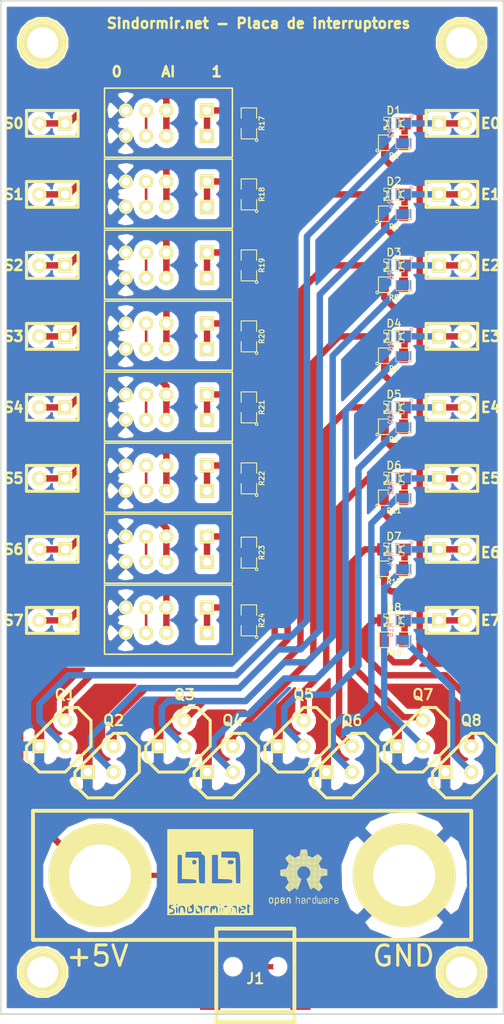
<source format=kicad_pcb>
(kicad_pcb (version 3) (host pcbnew "(2013-mar-13)-testing")
  (layers (15 F.Cu signal) (0 B.Cu signal) (18 B.Paste user) (19 F.Paste user) (20 B.SilkS user) (21 F.SilkS user) (22 B.Mask user) (23 F.Mask user) (28 Edge.Cuts user))
  (net 0 "")
  (net 1 +5V)
  (net 2 GND)
  (net 3 N-000001)
  (net 4 N-0000010)
  (net 5 N-0000011)
  (net 6 N-0000012)
  (net 7 N-0000013)
  (net 8 N-0000014)
  (net 9 N-0000015)
  (net 10 N-0000016)
  (net 11 N-0000017)
  (net 12 N-0000018)
  (net 13 N-0000019)
  (net 14 N-0000020)
  (net 15 N-0000021)
  (net 16 N-0000022)
  (net 17 N-0000023)
  (net 18 N-0000024)
  (net 19 N-0000025)
  (net 20 N-0000026)
  (net 21 N-0000027)
  (net 22 N-0000028)
  (net 23 N-0000029)
  (net 24 N-000003)
  (net 25 N-0000030)
  (net 26 N-0000031)
  (net 27 N-0000032)
  (net 28 N-0000033)
  (net 29 N-0000034)
  (net 30 N-0000035)
  (net 31 N-0000036)
  (net 32 N-0000037)
  (net 33 N-0000038)
  (net 34 N-0000039)
  (net 35 N-0000040)
  (net 36 N-0000041)
  (net 37 N-0000042)
  (net 38 N-0000043)
  (net 39 N-0000044)
  (net 40 N-0000045)
  (net 41 N-0000046)
  (net 42 N-0000047)
  (net 43 N-0000048)
  (net 44 N-0000049)
  (net 45 N-000005)
  (net 46 N-0000050)
  (net 47 N-0000051)
  (net 48 N-0000052)
  (net 49 N-0000053)
  (net 50 N-0000054)
  (net 51 N-0000055)
  (net 52 N-0000056)
  (net 53 N-0000057)
  (net 54 N-0000058)
  (net 55 N-0000059)
  (net 56 N-000006)
  (net 57 N-0000060)
  (net 58 N-000007)
  (net 59 N-000008)
  (net 60 N-000009)
  (module 3WAY-SWITCH (layer F.Cu) (at 95.25 71.12 270)
    (fp_text reference SW1 hide)
    (fp_text value 3WAY_SWITCH hide)
    (pad 1 thru_hole rect (at 0 0 270) (size 1.397 1.397) (drill 0.8128) (layers *.Cu *.Mask F.SilkS) (net 6 N-0000012))
    (pad 2 thru_hole circle (at 0 4 270) (size 1.397 1.397) (drill 0.8128) (layers *.Cu *.Mask F.SilkS) (net 5 N-0000011))
    (pad 3 thru_hole circle (at 0 6 270) (size 1.397 1.397) (drill 0.8128) (layers *.Cu *.Mask F.SilkS) (net 26 N-0000031))
    (pad 4 thru_hole circle (at 0 8 270) (size 1.397 1.397) (drill 0.8128) (layers *.Cu *.Mask F.SilkS) (net 2 GND))
    (pad 1 thru_hole rect (at 2.5 0 270) (size 1.397 1.397) (drill 0.8128) (layers *.Cu *.Mask F.SilkS) (net 6 N-0000012))
    (pad 2 thru_hole circle (at 2.5 4 270) (size 1.397 1.397) (drill 0.8128) (layers *.Cu *.Mask F.SilkS) (net 5 N-0000011))
    (pad 3 thru_hole circle (at 2.5 6 270) (size 1.397 1.397) (drill 0.8128) (layers *.Cu *.Mask F.SilkS) (net 26 N-0000031))
    (pad 4 thru_hole circle (at 2.5 8 270) (size 1.397 1.397) (drill 0.8128) (layers *.Cu *.Mask F.SilkS) (net 2 GND))
  )
  (module LED-0805 (layer F.Cu) (at 113.665 72.39 180)
    (fp_text reference D1 (at 0 1.27 180) (layer F.SilkS) (effects (font (size 0.762 0.762) (thickness 0.127))))
    (fp_text value LED hide)
    (pad 1 smd rect (at -1.04902 0 180) (size 1.19888 1.19888) (layers F.Cu F.Paste F.Mask) (net 41 N-0000046))
    (pad 2 smd rect (at 1.04902 0 180) (size 1.19888 1.19888) (layers F.Cu F.Paste F.Mask) (net 40 N-0000045))
  )
  (module LED-0805 (layer F.Cu) (at 113.665 79.375 180)
    (fp_text reference D2 (at 0 1.27 180) (layer F.SilkS) (effects (font (size 0.762 0.762) (thickness 0.127))))
    (fp_text value LED hide)
    (pad 1 smd rect (at -1.04902 0 180) (size 1.19888 1.19888) (layers F.Cu F.Paste F.Mask) (net 35 N-0000040))
    (pad 2 smd rect (at 1.04902 0 180) (size 1.19888 1.19888) (layers F.Cu F.Paste F.Mask) (net 33 N-0000038))
  )
  (module LED-0805 (layer F.Cu) (at 113.665 86.36 180)
    (fp_text reference D3 (at 0 1.27 180) (layer F.SilkS) (effects (font (size 0.762 0.762) (thickness 0.127))))
    (fp_text value LED hide)
    (pad 1 smd rect (at -1.04902 0 180) (size 1.19888 1.19888) (layers F.Cu F.Paste F.Mask) (net 30 N-0000035))
    (pad 2 smd rect (at 1.04902 0 180) (size 1.19888 1.19888) (layers F.Cu F.Paste F.Mask) (net 29 N-0000034))
  )
  (module LED-0805 (layer F.Cu) (at 113.665 93.345 180)
    (fp_text reference D4 (at 0 1.27 180) (layer F.SilkS) (effects (font (size 0.762 0.762) (thickness 0.127))))
    (fp_text value LED hide)
    (pad 1 smd rect (at -1.04902 0 180) (size 1.19888 1.19888) (layers F.Cu F.Paste F.Mask) (net 37 N-0000042))
    (pad 2 smd rect (at 1.04902 0 180) (size 1.19888 1.19888) (layers F.Cu F.Paste F.Mask) (net 36 N-0000041))
  )
  (module LED-0805 (layer F.Cu) (at 113.665 100.33 180)
    (fp_text reference D5 (at 0 1.27 180) (layer F.SilkS) (effects (font (size 0.762 0.762) (thickness 0.127))))
    (fp_text value LED hide)
    (pad 1 smd rect (at -1.04902 0 180) (size 1.19888 1.19888) (layers F.Cu F.Paste F.Mask) (net 55 N-0000059))
    (pad 2 smd rect (at 1.04902 0 180) (size 1.19888 1.19888) (layers F.Cu F.Paste F.Mask) (net 54 N-0000058))
  )
  (module LED-0805 (layer F.Cu) (at 113.665 107.315 180)
    (fp_text reference D6 (at 0 1.27 180) (layer F.SilkS) (effects (font (size 0.762 0.762) (thickness 0.127))))
    (fp_text value LED hide)
    (pad 1 smd rect (at -1.04902 0 180) (size 1.19888 1.19888) (layers F.Cu F.Paste F.Mask) (net 52 N-0000056))
    (pad 2 smd rect (at 1.04902 0 180) (size 1.19888 1.19888) (layers F.Cu F.Paste F.Mask) (net 50 N-0000054))
  )
  (module LED-0805 (layer F.Cu) (at 113.665 114.3 180)
    (fp_text reference D7 (at 0 1.27 180) (layer F.SilkS) (effects (font (size 0.762 0.762) (thickness 0.127))))
    (fp_text value LED hide)
    (pad 1 smd rect (at -1.04902 0 180) (size 1.19888 1.19888) (layers F.Cu F.Paste F.Mask) (net 47 N-0000051))
    (pad 2 smd rect (at 1.04902 0 180) (size 1.19888 1.19888) (layers F.Cu F.Paste F.Mask) (net 46 N-0000050))
  )
  (module LED-0805 (layer F.Cu) (at 113.665 121.285 180)
    (fp_text reference D8 (at 0 1.27 180) (layer F.SilkS) (effects (font (size 0.762 0.762) (thickness 0.127))))
    (fp_text value LED hide)
    (pad 1 smd rect (at -1.04902 0 180) (size 1.19888 1.19888) (layers F.Cu F.Paste F.Mask) (net 10 N-0000016))
    (pad 2 smd rect (at 1.04902 0 180) (size 1.19888 1.19888) (layers F.Cu F.Paste F.Mask) (net 8 N-0000014))
  )
  (module 2PIN_6mm (layer F.Cu) (at 99.695 146.3675 180)
    (fp_text reference "" hide)
    (fp_text value "" hide)
    (pad 1 thru_hole circle (at -14.986 0 180) (size 10.16 10.16) (drill 6.096) (layers *.Cu *.Mask F.SilkS) (net 2 GND))
    (pad 2 thru_hole circle (at 14.986 0 180) (size 10.16 10.16) (drill 6.096) (layers *.Cu *.Mask F.SilkS) (net 1 +5V))
  )
  (module SIL-2 (layer F.Cu) (at 119.38 72.39)
    (fp_text reference P2 hide)
    (fp_text value CONN_2 hide)
    (pad 1 thru_hole rect (at -1.27 0) (size 1.397 1.397) (drill 0.8128) (layers *.Cu *.Mask F.SilkS) (net 43 N-0000048))
    (pad 2 thru_hole circle (at 1.27 0) (size 1.397 1.397) (drill 0.8128) (layers *.Cu *.Mask F.SilkS) (net 43 N-0000048))
  )
  (module SIL-2 (layer F.Cu) (at 119.38 79.375)
    (fp_text reference P3 hide)
    (fp_text value CONN_2 hide)
    (pad 1 thru_hole rect (at -1.27 0) (size 1.397 1.397) (drill 0.8128) (layers *.Cu *.Mask F.SilkS) (net 28 N-0000033))
    (pad 2 thru_hole circle (at 1.27 0) (size 1.397 1.397) (drill 0.8128) (layers *.Cu *.Mask F.SilkS) (net 28 N-0000033))
  )
  (module SIL-2 (layer F.Cu) (at 119.38 86.36)
    (fp_text reference P4 hide)
    (fp_text value CONN_2 hide)
    (pad 1 thru_hole rect (at -1.27 0) (size 1.397 1.397) (drill 0.8128) (layers *.Cu *.Mask F.SilkS) (net 32 N-0000037))
    (pad 2 thru_hole circle (at 1.27 0) (size 1.397 1.397) (drill 0.8128) (layers *.Cu *.Mask F.SilkS) (net 32 N-0000037))
  )
  (module SIL-2 (layer F.Cu) (at 119.38 93.345)
    (fp_text reference P5 hide)
    (fp_text value CONN_2 hide)
    (pad 1 thru_hole rect (at -1.27 0) (size 1.397 1.397) (drill 0.8128) (layers *.Cu *.Mask F.SilkS) (net 39 N-0000044))
    (pad 2 thru_hole circle (at 1.27 0) (size 1.397 1.397) (drill 0.8128) (layers *.Cu *.Mask F.SilkS) (net 39 N-0000044))
  )
  (module SIL-2 (layer F.Cu) (at 119.38 100.33)
    (fp_text reference P6 hide)
    (fp_text value CONN_2 hide)
    (pad 1 thru_hole rect (at -1.27 0) (size 1.397 1.397) (drill 0.8128) (layers *.Cu *.Mask F.SilkS) (net 53 N-0000057))
    (pad 2 thru_hole circle (at 1.27 0) (size 1.397 1.397) (drill 0.8128) (layers *.Cu *.Mask F.SilkS) (net 53 N-0000057))
  )
  (module SIL-2 (layer F.Cu) (at 119.38 107.315)
    (fp_text reference P7 hide)
    (fp_text value CONN_2 hide)
    (pad 1 thru_hole rect (at -1.27 0) (size 1.397 1.397) (drill 0.8128) (layers *.Cu *.Mask F.SilkS) (net 49 N-0000053))
    (pad 2 thru_hole circle (at 1.27 0) (size 1.397 1.397) (drill 0.8128) (layers *.Cu *.Mask F.SilkS) (net 49 N-0000053))
  )
  (module SIL-2 (layer F.Cu) (at 119.38 114.3)
    (fp_text reference P8 hide)
    (fp_text value CONN_2 hide)
    (pad 1 thru_hole rect (at -1.27 0) (size 1.397 1.397) (drill 0.8128) (layers *.Cu *.Mask F.SilkS) (net 48 N-0000052))
    (pad 2 thru_hole circle (at 1.27 0) (size 1.397 1.397) (drill 0.8128) (layers *.Cu *.Mask F.SilkS) (net 48 N-0000052))
  )
  (module SIL-2 (layer F.Cu) (at 119.38 121.285)
    (fp_text reference P9 hide)
    (fp_text value CONN_2 hide)
    (pad 1 thru_hole rect (at -1.27 0) (size 1.397 1.397) (drill 0.8128) (layers *.Cu *.Mask F.SilkS) (net 7 N-0000013))
    (pad 2 thru_hole circle (at 1.27 0) (size 1.397 1.397) (drill 0.8128) (layers *.Cu *.Mask F.SilkS) (net 7 N-0000013))
  )
  (module SIL-2 (layer F.Cu) (at 80.01 72.39 180)
    (fp_text reference P10 hide)
    (fp_text value CONN_2 hide)
    (pad 1 thru_hole rect (at -1.27 0 180) (size 1.397 1.397) (drill 0.8128) (layers *.Cu *.Mask F.SilkS) (net 5 N-0000011))
    (pad 2 thru_hole circle (at 1.27 0 180) (size 1.397 1.397) (drill 0.8128) (layers *.Cu *.Mask F.SilkS) (net 5 N-0000011))
  )
  (module SIL-2 (layer F.Cu) (at 80.01 79.375 180)
    (fp_text reference P11 hide)
    (fp_text value CONN_2 hide)
    (pad 1 thru_hole rect (at -1.27 0 180) (size 1.397 1.397) (drill 0.8128) (layers *.Cu *.Mask F.SilkS) (net 11 N-0000017))
    (pad 2 thru_hole circle (at 1.27 0 180) (size 1.397 1.397) (drill 0.8128) (layers *.Cu *.Mask F.SilkS) (net 11 N-0000017))
  )
  (module SIL-2 (layer F.Cu) (at 80.01 86.36 180)
    (fp_text reference P12 hide)
    (fp_text value CONN_2 hide)
    (pad 1 thru_hole rect (at -1.27 0 180) (size 1.397 1.397) (drill 0.8128) (layers *.Cu *.Mask F.SilkS) (net 56 N-000006))
    (pad 2 thru_hole circle (at 1.27 0 180) (size 1.397 1.397) (drill 0.8128) (layers *.Cu *.Mask F.SilkS) (net 56 N-000006))
  )
  (module SIL-2 (layer F.Cu) (at 80.01 93.345 180)
    (fp_text reference P13 hide)
    (fp_text value CONN_2 hide)
    (pad 1 thru_hole rect (at -1.27 0 180) (size 1.397 1.397) (drill 0.8128) (layers *.Cu *.Mask F.SilkS) (net 24 N-000003))
    (pad 2 thru_hole circle (at 1.27 0 180) (size 1.397 1.397) (drill 0.8128) (layers *.Cu *.Mask F.SilkS) (net 24 N-000003))
  )
  (module SIL-2 (layer F.Cu) (at 80.01 100.33 180)
    (fp_text reference P14 hide)
    (fp_text value CONN_2 hide)
    (pad 1 thru_hole rect (at -1.27 0 180) (size 1.397 1.397) (drill 0.8128) (layers *.Cu *.Mask F.SilkS) (net 60 N-000009))
    (pad 2 thru_hole circle (at 1.27 0 180) (size 1.397 1.397) (drill 0.8128) (layers *.Cu *.Mask F.SilkS) (net 60 N-000009))
  )
  (module SIL-2 (layer F.Cu) (at 80.01 107.315 180)
    (fp_text reference P15 hide)
    (fp_text value CONN_2 hide)
    (pad 1 thru_hole rect (at -1.27 0 180) (size 1.397 1.397) (drill 0.8128) (layers *.Cu *.Mask F.SilkS) (net 59 N-000008))
    (pad 2 thru_hole circle (at 1.27 0 180) (size 1.397 1.397) (drill 0.8128) (layers *.Cu *.Mask F.SilkS) (net 59 N-000008))
  )
  (module SIL-2 (layer F.Cu) (at 80.01 114.3 180)
    (fp_text reference P16 hide)
    (fp_text value CONN_2 hide)
    (pad 1 thru_hole rect (at -1.27 0 180) (size 1.397 1.397) (drill 0.8128) (layers *.Cu *.Mask F.SilkS) (net 25 N-0000030))
    (pad 2 thru_hole circle (at 1.27 0 180) (size 1.397 1.397) (drill 0.8128) (layers *.Cu *.Mask F.SilkS) (net 25 N-0000030))
  )
  (module SIL-2 (layer F.Cu) (at 80.01 121.285 180)
    (fp_text reference P17 hide)
    (fp_text value CONN_2 hide)
    (pad 1 thru_hole rect (at -1.27 0 180) (size 1.397 1.397) (drill 0.8128) (layers *.Cu *.Mask F.SilkS) (net 27 N-0000032))
    (pad 2 thru_hole circle (at 1.27 0 180) (size 1.397 1.397) (drill 0.8128) (layers *.Cu *.Mask F.SilkS) (net 27 N-0000032))
  )
  (module SM0805 (layer F.Cu) (at 113.665 74.295)
    (fp_text reference R1 (at 0 1.27) (layer F.SilkS) (effects (font (size 0.50038 0.50038) (thickness 0.10922))))
    (fp_text value 470R hide)
    (pad 1 smd rect (at -0.9525 0) (size 0.889 1.397) (layers F.Cu F.Paste F.Mask) (net 1 +5V))
    (pad 2 smd rect (at 0.9525 0) (size 0.889 1.397) (layers F.Cu F.Paste F.Mask) (net 41 N-0000046))
  )
  (module SM0805 (layer B.Cu) (at 114.6175 73.3425 270)
    (fp_text reference R2 (at 0 1.27 270) (layer B.SilkS) (effects (font (size 0.50038 0.50038) (thickness 0.10922)) (justify mirror)))
    (fp_text value 2K2 hide)
    (pad 1 smd rect (at -0.9525 0 270) (size 0.889 1.397) (layers B.Cu B.Paste B.Mask) (net 43 N-0000048))
    (pad 2 smd rect (at 0.9525 0 270) (size 0.889 1.397) (layers B.Cu B.Paste B.Mask) (net 42 N-0000047))
  )
  (module SM0805 (layer F.Cu) (at 113.665 81.28)
    (fp_text reference R3 (at 0 1.27) (layer F.SilkS) (effects (font (size 0.50038 0.50038) (thickness 0.10922))))
    (fp_text value 470R hide)
    (pad 1 smd rect (at -0.9525 0) (size 0.889 1.397) (layers F.Cu F.Paste F.Mask) (net 1 +5V))
    (pad 2 smd rect (at 0.9525 0) (size 0.889 1.397) (layers F.Cu F.Paste F.Mask) (net 35 N-0000040))
  )
  (module SM0805 (layer B.Cu) (at 114.6175 80.3275 270)
    (fp_text reference R4 (at 0 1.27 270) (layer B.SilkS) (effects (font (size 0.50038 0.50038) (thickness 0.10922)) (justify mirror)))
    (fp_text value 2K2 hide)
    (pad 1 smd rect (at -0.9525 0 270) (size 0.889 1.397) (layers B.Cu B.Paste B.Mask) (net 28 N-0000033))
    (pad 2 smd rect (at 0.9525 0 270) (size 0.889 1.397) (layers B.Cu B.Paste B.Mask) (net 34 N-0000039))
  )
  (module SM0805 (layer F.Cu) (at 113.665 88.265)
    (fp_text reference R5 (at 0 1.27) (layer F.SilkS) (effects (font (size 0.50038 0.50038) (thickness 0.10922))))
    (fp_text value 470R hide)
    (pad 1 smd rect (at -0.9525 0) (size 0.889 1.397) (layers F.Cu F.Paste F.Mask) (net 1 +5V))
    (pad 2 smd rect (at 0.9525 0) (size 0.889 1.397) (layers F.Cu F.Paste F.Mask) (net 30 N-0000035))
  )
  (module SM0805 (layer B.Cu) (at 114.6175 87.3125 270)
    (fp_text reference R6 (at 0 1.27 270) (layer B.SilkS) (effects (font (size 0.50038 0.50038) (thickness 0.10922)) (justify mirror)))
    (fp_text value 2K2 hide)
    (pad 1 smd rect (at -0.9525 0 270) (size 0.889 1.397) (layers B.Cu B.Paste B.Mask) (net 32 N-0000037))
    (pad 2 smd rect (at 0.9525 0 270) (size 0.889 1.397) (layers B.Cu B.Paste B.Mask) (net 31 N-0000036))
  )
  (module SM0805 (layer F.Cu) (at 113.665 95.25)
    (fp_text reference R7 (at 0 1.27) (layer F.SilkS) (effects (font (size 0.50038 0.50038) (thickness 0.10922))))
    (fp_text value 470R hide)
    (pad 1 smd rect (at -0.9525 0) (size 0.889 1.397) (layers F.Cu F.Paste F.Mask) (net 1 +5V))
    (pad 2 smd rect (at 0.9525 0) (size 0.889 1.397) (layers F.Cu F.Paste F.Mask) (net 37 N-0000042))
  )
  (module SM0805 (layer B.Cu) (at 114.6175 94.2975 270)
    (fp_text reference R8 (at 0 1.27 270) (layer B.SilkS) (effects (font (size 0.50038 0.50038) (thickness 0.10922)) (justify mirror)))
    (fp_text value 2K2 hide)
    (pad 1 smd rect (at -0.9525 0 270) (size 0.889 1.397) (layers B.Cu B.Paste B.Mask) (net 39 N-0000044))
    (pad 2 smd rect (at 0.9525 0 270) (size 0.889 1.397) (layers B.Cu B.Paste B.Mask) (net 38 N-0000043))
  )
  (module SM0805 (layer F.Cu) (at 113.665 102.235)
    (fp_text reference R9 (at 0 1.27) (layer F.SilkS) (effects (font (size 0.50038 0.50038) (thickness 0.10922))))
    (fp_text value 470R hide)
    (pad 1 smd rect (at -0.9525 0) (size 0.889 1.397) (layers F.Cu F.Paste F.Mask) (net 1 +5V))
    (pad 2 smd rect (at 0.9525 0) (size 0.889 1.397) (layers F.Cu F.Paste F.Mask) (net 55 N-0000059))
  )
  (module SM0805 (layer B.Cu) (at 114.6175 101.2825 270)
    (fp_text reference R10 (at 0 1.27 270) (layer B.SilkS) (effects (font (size 0.50038 0.50038) (thickness 0.10922)) (justify mirror)))
    (fp_text value 2K2 hide)
    (pad 1 smd rect (at -0.9525 0 270) (size 0.889 1.397) (layers B.Cu B.Paste B.Mask) (net 53 N-0000057))
    (pad 2 smd rect (at 0.9525 0 270) (size 0.889 1.397) (layers B.Cu B.Paste B.Mask) (net 57 N-0000060))
  )
  (module SM0805 (layer F.Cu) (at 113.665 109.22)
    (fp_text reference R11 (at 0 1.27) (layer F.SilkS) (effects (font (size 0.50038 0.50038) (thickness 0.10922))))
    (fp_text value 470R hide)
    (pad 1 smd rect (at -0.9525 0) (size 0.889 1.397) (layers F.Cu F.Paste F.Mask) (net 1 +5V))
    (pad 2 smd rect (at 0.9525 0) (size 0.889 1.397) (layers F.Cu F.Paste F.Mask) (net 52 N-0000056))
  )
  (module SM0805 (layer B.Cu) (at 114.6175 108.2675 270)
    (fp_text reference R12 (at 0 1.27 270) (layer B.SilkS) (effects (font (size 0.50038 0.50038) (thickness 0.10922)) (justify mirror)))
    (fp_text value 2K2 hide)
    (pad 1 smd rect (at -0.9525 0 270) (size 0.889 1.397) (layers B.Cu B.Paste B.Mask) (net 49 N-0000053))
    (pad 2 smd rect (at 0.9525 0 270) (size 0.889 1.397) (layers B.Cu B.Paste B.Mask) (net 51 N-0000055))
  )
  (module SM0805 (layer F.Cu) (at 113.665 116.205)
    (fp_text reference R13 (at 0 1.27) (layer F.SilkS) (effects (font (size 0.50038 0.50038) (thickness 0.10922))))
    (fp_text value 470R hide)
    (pad 1 smd rect (at -0.9525 0) (size 0.889 1.397) (layers F.Cu F.Paste F.Mask) (net 1 +5V))
    (pad 2 smd rect (at 0.9525 0) (size 0.889 1.397) (layers F.Cu F.Paste F.Mask) (net 47 N-0000051))
  )
  (module SM0805 (layer B.Cu) (at 114.6175 115.2525 270)
    (fp_text reference R14 (at 0 1.27 270) (layer B.SilkS) (effects (font (size 0.50038 0.50038) (thickness 0.10922)) (justify mirror)))
    (fp_text value 2K2 hide)
    (pad 1 smd rect (at -0.9525 0 270) (size 0.889 1.397) (layers B.Cu B.Paste B.Mask) (net 48 N-0000052))
    (pad 2 smd rect (at 0.9525 0 270) (size 0.889 1.397) (layers B.Cu B.Paste B.Mask) (net 44 N-0000049))
  )
  (module SM0805 (layer F.Cu) (at 113.665 123.19)
    (fp_text reference R15 (at 0 1.27) (layer F.SilkS) (effects (font (size 0.50038 0.50038) (thickness 0.10922))))
    (fp_text value 470R hide)
    (pad 1 smd rect (at -0.9525 0) (size 0.889 1.397) (layers F.Cu F.Paste F.Mask) (net 1 +5V))
    (pad 2 smd rect (at 0.9525 0) (size 0.889 1.397) (layers F.Cu F.Paste F.Mask) (net 10 N-0000016))
  )
  (module SM0805 (layer B.Cu) (at 114.6175 122.2375 270)
    (fp_text reference R16 (at 0 1.27 270) (layer B.SilkS) (effects (font (size 0.50038 0.50038) (thickness 0.10922)) (justify mirror)))
    (fp_text value 2K2 hide)
    (pad 1 smd rect (at -0.9525 0 270) (size 0.889 1.397) (layers B.Cu B.Paste B.Mask) (net 7 N-0000013))
    (pad 2 smd rect (at 0.9525 0 270) (size 0.889 1.397) (layers B.Cu B.Paste B.Mask) (net 9 N-0000015))
  )
  (module SM0805 (layer F.Cu) (at 99.3775 72.39 90)
    (fp_text reference R17 (at 0 1.27 90) (layer F.SilkS) (effects (font (size 0.50038 0.50038) (thickness 0.10922))))
    (fp_text value 1K hide)
    (pad 1 smd rect (at -0.9525 0 90) (size 0.889 1.397) (layers F.Cu F.Paste F.Mask) (net 1 +5V))
    (pad 2 smd rect (at 0.9525 0 90) (size 0.889 1.397) (layers F.Cu F.Paste F.Mask) (net 6 N-0000012))
  )
  (module SM0805 (layer F.Cu) (at 99.3775 79.375 90)
    (fp_text reference R18 (at 0 1.27 90) (layer F.SilkS) (effects (font (size 0.50038 0.50038) (thickness 0.10922))))
    (fp_text value 1K hide)
    (pad 1 smd rect (at -0.9525 0 90) (size 0.889 1.397) (layers F.Cu F.Paste F.Mask) (net 1 +5V))
    (pad 2 smd rect (at 0.9525 0 90) (size 0.889 1.397) (layers F.Cu F.Paste F.Mask) (net 4 N-0000010))
  )
  (module SM0805 (layer F.Cu) (at 99.3775 86.36 90)
    (fp_text reference R19 (at 0 1.27 90) (layer F.SilkS) (effects (font (size 0.50038 0.50038) (thickness 0.10922))))
    (fp_text value 1K hide)
    (pad 1 smd rect (at -0.9525 0 90) (size 0.889 1.397) (layers F.Cu F.Paste F.Mask) (net 1 +5V))
    (pad 2 smd rect (at 0.9525 0 90) (size 0.889 1.397) (layers F.Cu F.Paste F.Mask) (net 12 N-0000018))
  )
  (module SM0805 (layer F.Cu) (at 99.3775 93.345 90)
    (fp_text reference R20 (at 0 1.27 90) (layer F.SilkS) (effects (font (size 0.50038 0.50038) (thickness 0.10922))))
    (fp_text value 1K hide)
    (pad 1 smd rect (at -0.9525 0 90) (size 0.889 1.397) (layers F.Cu F.Paste F.Mask) (net 1 +5V))
    (pad 2 smd rect (at 0.9525 0 90) (size 0.889 1.397) (layers F.Cu F.Paste F.Mask) (net 45 N-000005))
  )
  (module SM0805 (layer F.Cu) (at 99.3775 100.33 90)
    (fp_text reference R21 (at 0 1.27 90) (layer F.SilkS) (effects (font (size 0.50038 0.50038) (thickness 0.10922))))
    (fp_text value 1K hide)
    (pad 1 smd rect (at -0.9525 0 90) (size 0.889 1.397) (layers F.Cu F.Paste F.Mask) (net 1 +5V))
    (pad 2 smd rect (at 0.9525 0 90) (size 0.889 1.397) (layers F.Cu F.Paste F.Mask) (net 3 N-000001))
  )
  (module SM0805 (layer F.Cu) (at 99.3775 107.315 90)
    (fp_text reference R22 (at 0 1.27 90) (layer F.SilkS) (effects (font (size 0.50038 0.50038) (thickness 0.10922))))
    (fp_text value 1K hide)
    (pad 1 smd rect (at -0.9525 0 90) (size 0.889 1.397) (layers F.Cu F.Paste F.Mask) (net 1 +5V))
    (pad 2 smd rect (at 0.9525 0 90) (size 0.889 1.397) (layers F.Cu F.Paste F.Mask) (net 58 N-000007))
  )
  (module SM0805 (layer F.Cu) (at 99.3775 114.6175 90)
    (fp_text reference R23 (at 0 1.27 90) (layer F.SilkS) (effects (font (size 0.50038 0.50038) (thickness 0.10922))))
    (fp_text value 1K hide)
    (pad 1 smd rect (at -0.9525 0 90) (size 0.889 1.397) (layers F.Cu F.Paste F.Mask) (net 1 +5V))
    (pad 2 smd rect (at 0.9525 0 90) (size 0.889 1.397) (layers F.Cu F.Paste F.Mask) (net 20 N-0000026))
  )
  (module SM0805 (layer F.Cu) (at 99.3775 121.285 90)
    (fp_text reference R24 (at 0 1.27 90) (layer F.SilkS) (effects (font (size 0.50038 0.50038) (thickness 0.10922))))
    (fp_text value 1K hide)
    (pad 1 smd rect (at -0.9525 0 90) (size 0.889 1.397) (layers F.Cu F.Paste F.Mask) (net 1 +5V))
    (pad 2 smd rect (at 0.9525 0 90) (size 0.889 1.397) (layers F.Cu F.Paste F.Mask) (net 23 N-0000029))
  )
  (module LOGO (layer F.Cu) (at 95.5675 146.05)
    (fp_text reference G*** hide)
    (fp_text value "" hide)
  )
  (module OSHWLOGO0.3IN (layer F.Cu) (at 100.965 142.875)
    (fp_text reference G*** hide)
    (fp_text value "" hide)
  )
  (module 3WAY-SWITCH (layer F.Cu) (at 95.25 78.105 270)
    (fp_text reference SW2 hide)
    (fp_text value 3WAY_SWITCH hide)
    (pad 1 thru_hole rect (at 0 0 270) (size 1.397 1.397) (drill 0.8128) (layers *.Cu *.Mask F.SilkS) (net 4 N-0000010))
    (pad 2 thru_hole circle (at 0 4 270) (size 1.397 1.397) (drill 0.8128) (layers *.Cu *.Mask F.SilkS) (net 11 N-0000017))
    (pad 3 thru_hole circle (at 0 6 270) (size 1.397 1.397) (drill 0.8128) (layers *.Cu *.Mask F.SilkS) (net 19 N-0000025))
    (pad 4 thru_hole circle (at 0 8 270) (size 1.397 1.397) (drill 0.8128) (layers *.Cu *.Mask F.SilkS) (net 2 GND))
    (pad 1 thru_hole rect (at 2.5 0 270) (size 1.397 1.397) (drill 0.8128) (layers *.Cu *.Mask F.SilkS) (net 4 N-0000010))
    (pad 2 thru_hole circle (at 2.5 4 270) (size 1.397 1.397) (drill 0.8128) (layers *.Cu *.Mask F.SilkS) (net 11 N-0000017))
    (pad 3 thru_hole circle (at 2.5 6 270) (size 1.397 1.397) (drill 0.8128) (layers *.Cu *.Mask F.SilkS) (net 19 N-0000025))
    (pad 4 thru_hole circle (at 2.5 8 270) (size 1.397 1.397) (drill 0.8128) (layers *.Cu *.Mask F.SilkS) (net 2 GND))
  )
  (module 3WAY-SWITCH (layer F.Cu) (at 95.25 85.09 270)
    (fp_text reference SW3 hide)
    (fp_text value 3WAY_SWITCH hide)
    (pad 1 thru_hole rect (at 0 0 270) (size 1.397 1.397) (drill 0.8128) (layers *.Cu *.Mask F.SilkS) (net 12 N-0000018))
    (pad 2 thru_hole circle (at 0 4 270) (size 1.397 1.397) (drill 0.8128) (layers *.Cu *.Mask F.SilkS) (net 56 N-000006))
    (pad 3 thru_hole circle (at 0 6 270) (size 1.397 1.397) (drill 0.8128) (layers *.Cu *.Mask F.SilkS) (net 14 N-0000020))
    (pad 4 thru_hole circle (at 0 8 270) (size 1.397 1.397) (drill 0.8128) (layers *.Cu *.Mask F.SilkS) (net 2 GND))
    (pad 1 thru_hole rect (at 2.5 0 270) (size 1.397 1.397) (drill 0.8128) (layers *.Cu *.Mask F.SilkS) (net 12 N-0000018))
    (pad 2 thru_hole circle (at 2.5 4 270) (size 1.397 1.397) (drill 0.8128) (layers *.Cu *.Mask F.SilkS) (net 56 N-000006))
    (pad 3 thru_hole circle (at 2.5 6 270) (size 1.397 1.397) (drill 0.8128) (layers *.Cu *.Mask F.SilkS) (net 14 N-0000020))
    (pad 4 thru_hole circle (at 2.5 8 270) (size 1.397 1.397) (drill 0.8128) (layers *.Cu *.Mask F.SilkS) (net 2 GND))
  )
  (module 3WAY-SWITCH (layer F.Cu) (at 95.25 92.075 270)
    (fp_text reference SW4 hide)
    (fp_text value 3WAY_SWITCH hide)
    (pad 1 thru_hole rect (at 0 0 270) (size 1.397 1.397) (drill 0.8128) (layers *.Cu *.Mask F.SilkS) (net 45 N-000005))
    (pad 2 thru_hole circle (at 0 4 270) (size 1.397 1.397) (drill 0.8128) (layers *.Cu *.Mask F.SilkS) (net 24 N-000003))
    (pad 3 thru_hole circle (at 0 6 270) (size 1.397 1.397) (drill 0.8128) (layers *.Cu *.Mask F.SilkS) (net 15 N-0000021))
    (pad 4 thru_hole circle (at 0 8 270) (size 1.397 1.397) (drill 0.8128) (layers *.Cu *.Mask F.SilkS) (net 2 GND))
    (pad 1 thru_hole rect (at 2.5 0 270) (size 1.397 1.397) (drill 0.8128) (layers *.Cu *.Mask F.SilkS) (net 45 N-000005))
    (pad 2 thru_hole circle (at 2.5 4 270) (size 1.397 1.397) (drill 0.8128) (layers *.Cu *.Mask F.SilkS) (net 24 N-000003))
    (pad 3 thru_hole circle (at 2.5 6 270) (size 1.397 1.397) (drill 0.8128) (layers *.Cu *.Mask F.SilkS) (net 15 N-0000021))
    (pad 4 thru_hole circle (at 2.5 8 270) (size 1.397 1.397) (drill 0.8128) (layers *.Cu *.Mask F.SilkS) (net 2 GND))
  )
  (module 3WAY-SWITCH (layer F.Cu) (at 95.25 99.06 270)
    (fp_text reference SW5 hide)
    (fp_text value 3WAY_SWITCH hide)
    (pad 1 thru_hole rect (at 0 0 270) (size 1.397 1.397) (drill 0.8128) (layers *.Cu *.Mask F.SilkS) (net 3 N-000001))
    (pad 2 thru_hole circle (at 0 4 270) (size 1.397 1.397) (drill 0.8128) (layers *.Cu *.Mask F.SilkS) (net 60 N-000009))
    (pad 3 thru_hole circle (at 0 6 270) (size 1.397 1.397) (drill 0.8128) (layers *.Cu *.Mask F.SilkS) (net 16 N-0000022))
    (pad 4 thru_hole circle (at 0 8 270) (size 1.397 1.397) (drill 0.8128) (layers *.Cu *.Mask F.SilkS) (net 2 GND))
    (pad 1 thru_hole rect (at 2.5 0 270) (size 1.397 1.397) (drill 0.8128) (layers *.Cu *.Mask F.SilkS) (net 3 N-000001))
    (pad 2 thru_hole circle (at 2.5 4 270) (size 1.397 1.397) (drill 0.8128) (layers *.Cu *.Mask F.SilkS) (net 60 N-000009))
    (pad 3 thru_hole circle (at 2.5 6 270) (size 1.397 1.397) (drill 0.8128) (layers *.Cu *.Mask F.SilkS) (net 16 N-0000022))
    (pad 4 thru_hole circle (at 2.5 8 270) (size 1.397 1.397) (drill 0.8128) (layers *.Cu *.Mask F.SilkS) (net 2 GND))
  )
  (module 3WAY-SWITCH (layer F.Cu) (at 95.25 106.045 270)
    (fp_text reference SW6 hide)
    (fp_text value 3WAY_SWITCH hide)
    (pad 1 thru_hole rect (at 0 0 270) (size 1.397 1.397) (drill 0.8128) (layers *.Cu *.Mask F.SilkS) (net 58 N-000007))
    (pad 2 thru_hole circle (at 0 4 270) (size 1.397 1.397) (drill 0.8128) (layers *.Cu *.Mask F.SilkS) (net 59 N-000008))
    (pad 3 thru_hole circle (at 0 6 270) (size 1.397 1.397) (drill 0.8128) (layers *.Cu *.Mask F.SilkS) (net 17 N-0000023))
    (pad 4 thru_hole circle (at 0 8 270) (size 1.397 1.397) (drill 0.8128) (layers *.Cu *.Mask F.SilkS) (net 2 GND))
    (pad 1 thru_hole rect (at 2.5 0 270) (size 1.397 1.397) (drill 0.8128) (layers *.Cu *.Mask F.SilkS) (net 58 N-000007))
    (pad 2 thru_hole circle (at 2.5 4 270) (size 1.397 1.397) (drill 0.8128) (layers *.Cu *.Mask F.SilkS) (net 59 N-000008))
    (pad 3 thru_hole circle (at 2.5 6 270) (size 1.397 1.397) (drill 0.8128) (layers *.Cu *.Mask F.SilkS) (net 17 N-0000023))
    (pad 4 thru_hole circle (at 2.5 8 270) (size 1.397 1.397) (drill 0.8128) (layers *.Cu *.Mask F.SilkS) (net 2 GND))
  )
  (module 3WAY-SWITCH (layer F.Cu) (at 95.25 113.03 270)
    (fp_text reference SW7 hide)
    (fp_text value 3WAY_SWITCH hide)
    (pad 1 thru_hole rect (at 0 0 270) (size 1.397 1.397) (drill 0.8128) (layers *.Cu *.Mask F.SilkS) (net 20 N-0000026))
    (pad 2 thru_hole circle (at 0 4 270) (size 1.397 1.397) (drill 0.8128) (layers *.Cu *.Mask F.SilkS) (net 25 N-0000030))
    (pad 3 thru_hole circle (at 0 6 270) (size 1.397 1.397) (drill 0.8128) (layers *.Cu *.Mask F.SilkS) (net 13 N-0000019))
    (pad 4 thru_hole circle (at 0 8 270) (size 1.397 1.397) (drill 0.8128) (layers *.Cu *.Mask F.SilkS) (net 2 GND))
    (pad 1 thru_hole rect (at 2.5 0 270) (size 1.397 1.397) (drill 0.8128) (layers *.Cu *.Mask F.SilkS) (net 20 N-0000026))
    (pad 2 thru_hole circle (at 2.5 4 270) (size 1.397 1.397) (drill 0.8128) (layers *.Cu *.Mask F.SilkS) (net 25 N-0000030))
    (pad 3 thru_hole circle (at 2.5 6 270) (size 1.397 1.397) (drill 0.8128) (layers *.Cu *.Mask F.SilkS) (net 13 N-0000019))
    (pad 4 thru_hole circle (at 2.5 8 270) (size 1.397 1.397) (drill 0.8128) (layers *.Cu *.Mask F.SilkS) (net 2 GND))
  )
  (module 3WAY-SWITCH (layer F.Cu) (at 95.25 120.015 270)
    (fp_text reference "" hide)
    (fp_text value 3WAY_SWITCH hide)
    (pad 1 thru_hole rect (at 0 0 270) (size 1.397 1.397) (drill 0.8128) (layers *.Cu *.Mask F.SilkS) (net 23 N-0000029))
    (pad 2 thru_hole circle (at 0 4 270) (size 1.397 1.397) (drill 0.8128) (layers *.Cu *.Mask F.SilkS) (net 27 N-0000032))
    (pad 3 thru_hole circle (at 0 6 270) (size 1.397 1.397) (drill 0.8128) (layers *.Cu *.Mask F.SilkS) (net 18 N-0000024))
    (pad 4 thru_hole circle (at 0 8 270) (size 1.397 1.397) (drill 0.8128) (layers *.Cu *.Mask F.SilkS) (net 2 GND))
    (pad 1 thru_hole rect (at 2.5 0 270) (size 1.397 1.397) (drill 0.8128) (layers *.Cu *.Mask F.SilkS) (net 23 N-0000029))
    (pad 2 thru_hole circle (at 2.5 4 270) (size 1.397 1.397) (drill 0.8128) (layers *.Cu *.Mask F.SilkS) (net 27 N-0000032))
    (pad 3 thru_hole circle (at 2.5 6 270) (size 1.397 1.397) (drill 0.8128) (layers *.Cu *.Mask F.SilkS) (net 18 N-0000024))
    (pad 4 thru_hole circle (at 2.5 8 270) (size 1.397 1.397) (drill 0.8128) (layers *.Cu *.Mask F.SilkS) (net 2 GND))
  )
  (module 1pin (layer F.Cu) (at 79.0575 155.8925)
    (fp_text reference "" (at 0 -3.048) (layer F.SilkS) (effects (font (size 1.016 1.016) (thickness 0.254))))
    (fp_text value "" hide)
    (pad 1 thru_hole circle (at 0 0) (size 4.064 4.064) (drill 3.048) (layers *.Cu *.Mask F.SilkS))
  )
  (module 1pin (layer F.Cu) (at 120.3325 64.4525)
    (fp_text reference "" (at 0 -3.048) (layer F.SilkS) (effects (font (size 1.016 1.016) (thickness 0.254))))
    (fp_text value P*** hide)
    (pad 1 thru_hole circle (at 0 0) (size 4.064 4.064) (drill 3.048) (layers *.Cu *.Mask F.SilkS))
  )
  (module 1pin (layer F.Cu) (at 79.0575 64.4525)
    (fp_text reference "" (at 0 -3.048) (layer F.SilkS) (effects (font (size 1.016 1.016) (thickness 0.254))))
    (fp_text value P*** hide)
    (pad 1 thru_hole circle (at 0 0) (size 4.064 4.064) (drill 3.048) (layers *.Cu *.Mask F.SilkS))
  )
  (module 1pin (layer F.Cu) (at 120.3325 155.8925)
    (fp_text reference "" (at 0 -3.048) (layer F.SilkS) (effects (font (size 1.016 1.016) (thickness 0.254))))
    (fp_text value "" hide)
    (pad 1 thru_hole circle (at 0 0) (size 4.064 4.064) (drill 3.048) (layers *.Cu *.Mask F.SilkS))
  )
  (module USB_MINI_B (layer F.Cu) (at 100.0125 156.21 90)
    (fp_text reference J1 (at -0.3175 0 180) (layer F.SilkS) (effects (font (size 1.016 1.016) (thickness 0.2032))))
    (fp_text value "" hide)
    (pad 1 smd rect (at 3.44932 -1.6002 90) (size 2.30124 0.50038) (layers F.Cu F.Paste F.Mask) (net 1 +5V))
    (pad 2 smd rect (at 3.44932 -0.8001 90) (size 2.30124 0.50038) (layers F.Cu F.Paste F.Mask) (net 21 N-0000027))
    (pad 3 smd rect (at 3.44932 0 90) (size 2.30124 0.50038) (layers F.Cu F.Paste F.Mask) (net 22 N-0000028))
    (pad 4 smd rect (at 3.44932 0.8001 90) (size 2.30124 0.50038) (layers F.Cu F.Paste F.Mask) (net 2 GND))
    (pad 5 smd rect (at 3.44932 1.6002 90) (size 2.30124 0.50038) (layers F.Cu F.Paste F.Mask) (net 2 GND))
    (pad 6 smd rect (at 3.35026 -4.45008 90) (size 2.49936 1.99898) (layers F.Cu F.Paste F.Mask) (net 2 GND))
    (pad 7 smd rect (at -2.14884 -4.45008 90) (size 2.49936 1.99898) (layers F.Cu F.Paste F.Mask))
    (pad 8 smd rect (at 3.35026 4.45008 90) (size 2.49936 1.99898) (layers F.Cu F.Paste F.Mask))
    (pad 9 smd rect (at -2.14884 4.45008 90) (size 2.49936 1.99898) (layers F.Cu F.Paste F.Mask))
    (pad "" np_thru_hole circle (at 0.8509 -2.19964 90) (size 0.89916 0.89916) (drill 0.89916) (layers *.Cu *.Mask F.SilkS))
    (pad 2 np_thru_hole circle (at 0.8509 2.19964 90) (size 0.89916 0.89916) (drill 0.89916) (layers *.Cu *.Mask F.SilkS) (net 21 N-0000027))
  )
  (module TO92-123 (layer F.Cu) (at 80.01 132.3975 180)
    (fp_text reference Q1 (at -1.27 3.81 180) (layer F.SilkS) (effects (font (size 1.016 1.016) (thickness 0.2032))))
    (fp_text value "" (at -1.27 -5.08 180) (layer F.SilkS) (effects (font (size 1.016 1.016) (thickness 0.2032))))
    (pad 3 thru_hole rect (at 1.27 -1.27 180) (size 1.397 1.397) (drill 0.8128) (layers *.Cu *.Mask F.SilkS) (net 2 GND))
    (pad 2 thru_hole circle (at -1.27 -1.27 180) (size 1.397 1.397) (drill 0.8128) (layers *.Cu *.Mask F.SilkS) (net 42 N-0000047))
    (pad 1 thru_hole circle (at -1.27 1.27 180) (size 1.397 1.397) (drill 0.8128) (layers *.Cu *.Mask F.SilkS) (net 40 N-0000045))
  )
  (module TO92-123 (layer F.Cu) (at 84.7725 134.9375 180)
    (fp_text reference Q2 (at -1.27 3.81 180) (layer F.SilkS) (effects (font (size 1.016 1.016) (thickness 0.2032))))
    (fp_text value "" (at -1.27 -5.08 180) (layer F.SilkS) (effects (font (size 1.016 1.016) (thickness 0.2032))))
    (pad 3 thru_hole rect (at 1.27 -1.27 180) (size 1.397 1.397) (drill 0.8128) (layers *.Cu *.Mask F.SilkS) (net 2 GND))
    (pad 2 thru_hole circle (at -1.27 -1.27 180) (size 1.397 1.397) (drill 0.8128) (layers *.Cu *.Mask F.SilkS) (net 34 N-0000039))
    (pad 1 thru_hole circle (at -1.27 1.27 180) (size 1.397 1.397) (drill 0.8128) (layers *.Cu *.Mask F.SilkS) (net 33 N-0000038))
  )
  (module TO92-123 (layer F.Cu) (at 91.7575 132.3975 180)
    (fp_text reference Q3 (at -1.27 3.81 180) (layer F.SilkS) (effects (font (size 1.016 1.016) (thickness 0.2032))))
    (fp_text value "" (at -1.27 -5.08 180) (layer F.SilkS) (effects (font (size 1.016 1.016) (thickness 0.2032))))
    (pad 3 thru_hole rect (at 1.27 -1.27 180) (size 1.397 1.397) (drill 0.8128) (layers *.Cu *.Mask F.SilkS) (net 2 GND))
    (pad 2 thru_hole circle (at -1.27 -1.27 180) (size 1.397 1.397) (drill 0.8128) (layers *.Cu *.Mask F.SilkS) (net 31 N-0000036))
    (pad 1 thru_hole circle (at -1.27 1.27 180) (size 1.397 1.397) (drill 0.8128) (layers *.Cu *.Mask F.SilkS) (net 29 N-0000034))
  )
  (module TO92-123 (layer F.Cu) (at 96.52 134.9375 180)
    (fp_text reference Q4 (at -1.27 3.81 180) (layer F.SilkS) (effects (font (size 1.016 1.016) (thickness 0.2032))))
    (fp_text value "" (at -1.27 -5.08 180) (layer F.SilkS) (effects (font (size 1.016 1.016) (thickness 0.2032))))
    (pad 3 thru_hole rect (at 1.27 -1.27 180) (size 1.397 1.397) (drill 0.8128) (layers *.Cu *.Mask F.SilkS) (net 2 GND))
    (pad 2 thru_hole circle (at -1.27 -1.27 180) (size 1.397 1.397) (drill 0.8128) (layers *.Cu *.Mask F.SilkS) (net 38 N-0000043))
    (pad 1 thru_hole circle (at -1.27 1.27 180) (size 1.397 1.397) (drill 0.8128) (layers *.Cu *.Mask F.SilkS) (net 36 N-0000041))
  )
  (module TO92-123 (layer F.Cu) (at 103.505 132.3975 180)
    (fp_text reference Q5 (at -1.27 3.81 180) (layer F.SilkS) (effects (font (size 1.016 1.016) (thickness 0.2032))))
    (fp_text value "" (at -1.27 -5.08 180) (layer F.SilkS) (effects (font (size 1.016 1.016) (thickness 0.2032))))
    (pad 3 thru_hole rect (at 1.27 -1.27 180) (size 1.397 1.397) (drill 0.8128) (layers *.Cu *.Mask F.SilkS) (net 2 GND))
    (pad 2 thru_hole circle (at -1.27 -1.27 180) (size 1.397 1.397) (drill 0.8128) (layers *.Cu *.Mask F.SilkS) (net 57 N-0000060))
    (pad 1 thru_hole circle (at -1.27 1.27 180) (size 1.397 1.397) (drill 0.8128) (layers *.Cu *.Mask F.SilkS) (net 54 N-0000058))
  )
  (module TO92-123 (layer F.Cu) (at 108.2675 134.9375 180)
    (fp_text reference Q6 (at -1.27 3.81 180) (layer F.SilkS) (effects (font (size 1.016 1.016) (thickness 0.2032))))
    (fp_text value "" (at -1.27 -5.08 180) (layer F.SilkS) (effects (font (size 1.016 1.016) (thickness 0.2032))))
    (pad 3 thru_hole rect (at 1.27 -1.27 180) (size 1.397 1.397) (drill 0.8128) (layers *.Cu *.Mask F.SilkS) (net 2 GND))
    (pad 2 thru_hole circle (at -1.27 -1.27 180) (size 1.397 1.397) (drill 0.8128) (layers *.Cu *.Mask F.SilkS) (net 51 N-0000055))
    (pad 1 thru_hole circle (at -1.27 1.27 180) (size 1.397 1.397) (drill 0.8128) (layers *.Cu *.Mask F.SilkS) (net 50 N-0000054))
  )
  (module TO92-123 (layer F.Cu) (at 115.2525 132.3975 180)
    (fp_text reference Q7 (at -1.27 3.81 180) (layer F.SilkS) (effects (font (size 1.016 1.016) (thickness 0.2032))))
    (fp_text value "" (at -1.27 -5.08 180) (layer F.SilkS) (effects (font (size 1.016 1.016) (thickness 0.2032))))
    (pad 3 thru_hole rect (at 1.27 -1.27 180) (size 1.397 1.397) (drill 0.8128) (layers *.Cu *.Mask F.SilkS) (net 2 GND))
    (pad 2 thru_hole circle (at -1.27 -1.27 180) (size 1.397 1.397) (drill 0.8128) (layers *.Cu *.Mask F.SilkS) (net 44 N-0000049))
    (pad 1 thru_hole circle (at -1.27 1.27 180) (size 1.397 1.397) (drill 0.8128) (layers *.Cu *.Mask F.SilkS) (net 46 N-0000050))
  )
  (module TO92-123 (layer F.Cu) (at 120.015 134.9375 180)
    (fp_text reference Q8 (at -1.27 3.81 180) (layer F.SilkS) (effects (font (size 1.016 1.016) (thickness 0.2032))))
    (fp_text value "" (at -1.27 -5.08 180) (layer F.SilkS) (effects (font (size 1.016 1.016) (thickness 0.2032))))
    (pad 3 thru_hole rect (at 1.27 -1.27 180) (size 1.397 1.397) (drill 0.8128) (layers *.Cu *.Mask F.SilkS) (net 2 GND))
    (pad 2 thru_hole circle (at -1.27 -1.27 180) (size 1.397 1.397) (drill 0.8128) (layers *.Cu *.Mask F.SilkS) (net 9 N-0000015))
    (pad 1 thru_hole circle (at -1.27 1.27 180) (size 1.397 1.397) (drill 0.8128) (layers *.Cu *.Mask F.SilkS) (net 8 N-0000014))
  )
  (target plus (at 79.0575 64.4525) (size 0.005) (width 0.15) (layer Edge.Cuts))
  (target plus (at 79.0575 155.8925) (size 0.005) (width 0.15) (layer Edge.Cuts))
  (gr_text AI (at 91.44 67.31) (layer F.SilkS) (effects (font (size 1 1) (thickness 0.25))))
  (gr_text "Sindormir.net - Placa de interruptores" (at 100.33 62.5475) (layer F.SilkS) (effects (font (size 1 1) (thickness 0.25))))
  (gr_text GND (at 114.6175 154.305) (layer F.SilkS) (effects (font (size 2 2) (thickness 0.3))))
  (gr_text +5V (at 84.455 154.305) (layer F.SilkS) (effects (font (size 2 2) (thickness 0.3))))
  (gr_text E7 (at 123.19 121.285) (layer F.SilkS) (effects (font (size 1 1) (thickness 0.25))))
  (gr_text "E6\n" (at 123.19 114.6175) (layer F.SilkS) (effects (font (size 1 1) (thickness 0.25))))
  (gr_text E5 (at 123.19 107.315) (layer F.SilkS) (effects (font (size 1 1) (thickness 0.25))))
  (gr_text E4 (at 123.19 100.33) (layer F.SilkS) (effects (font (size 1 1) (thickness 0.25))))
  (gr_text "E3\n" (at 123.19 93.345) (layer F.SilkS) (effects (font (size 1 1) (thickness 0.25))))
  (gr_text "E2\n" (at 123.19 86.36) (layer F.SilkS) (effects (font (size 1 1) (thickness 0.25))))
  (gr_text E1 (at 123.19 79.375) (layer F.SilkS) (effects (font (size 1 1) (thickness 0.25))))
  (gr_text 0 (at 86.36 67.31) (layer F.SilkS) (effects (font (size 1 1) (thickness 0.25))))
  (gr_text 1 (at 96.2025 67.31) (layer F.SilkS) (effects (font (size 1 1) (thickness 0.25))))
  (gr_text S7 (at 76.2 121.285) (layer F.SilkS) (effects (font (size 1 1) (thickness 0.25))))
  (gr_text S6 (at 76.2 114.3) (layer F.SilkS) (effects (font (size 1 1) (thickness 0.25))))
  (gr_text "E0\n" (at 123.19 72.39) (layer F.SilkS) (effects (font (size 1 1) (thickness 0.25))))
  (gr_text S5 (at 76.2 107.315) (layer F.SilkS) (effects (font (size 1 1) (thickness 0.25))))
  (gr_text S4 (at 76.2 100.33) (layer F.SilkS) (effects (font (size 1 1) (thickness 0.25))))
  (gr_text S3 (at 76.2 93.345) (layer F.SilkS) (effects (font (size 1 1) (thickness 0.25))))
  (gr_text S2 (at 76.2 86.36) (layer F.SilkS) (effects (font (size 1 1) (thickness 0.25))))
  (gr_text S1 (at 76.2 79.375) (layer F.SilkS) (effects (font (size 1 1) (thickness 0.25))))
  (gr_text S0 (at 76.2 72.39) (layer F.SilkS) (effects (font (size 1 1) (thickness 0.25))))
  (gr_line (start 74.93 60.325) (end 74.93 160.02) (angle 90) (layer Edge.Cuts) (width 0.15))
  (gr_line (start 124.46 60.325) (end 74.93 60.325) (angle 90) (layer Edge.Cuts) (width 0.15))
  (gr_line (start 124.46 160.02) (end 124.46 60.325) (angle 90) (layer Edge.Cuts) (width 0.15))
  (gr_line (start 74.93 160.02) (end 124.46 160.02) (angle 90) (layer Edge.Cuts) (width 0.15))
  (segment (start 98.4123 152.76068) (end 98.4123 148.8948) (width 0.508) (layer F.Cu) (net 1))
  (segment (start 95.885 146.3675) (end 84.709 146.3675) (width 0.508) (layer F.Cu) (net 1))
  (segment (start 98.4123 148.8948) (end 95.885 146.3675) (width 0.508) (layer F.Cu) (net 1))
  (segment (start 112.7125 74.295) (end 112.7125 75.8825) (width 0.635) (layer F.Cu) (net 1))
  (segment (start 113.665 76.835) (end 116.205 76.835) (width 0.635) (layer F.Cu) (net 1))
  (segment (start 112.7125 75.8825) (end 113.665 76.835) (width 0.635) (layer F.Cu) (net 1))
  (segment (start 112.7125 81.28) (end 112.7125 82.55) (width 0.635) (layer F.Cu) (net 1))
  (segment (start 113.665 83.5025) (end 116.205 83.5025) (width 0.635) (layer F.Cu) (net 1))
  (segment (start 112.7125 82.55) (end 113.665 83.5025) (width 0.635) (layer F.Cu) (net 1))
  (segment (start 112.7125 88.265) (end 112.7125 89.535) (width 0.635) (layer F.Cu) (net 1))
  (segment (start 113.665 90.4875) (end 116.205 90.4875) (width 0.635) (layer F.Cu) (net 1))
  (segment (start 112.7125 89.535) (end 113.665 90.4875) (width 0.635) (layer F.Cu) (net 1))
  (segment (start 112.7125 95.25) (end 112.7125 97.155) (width 0.635) (layer F.Cu) (net 1))
  (segment (start 113.3475 97.79) (end 116.205 97.79) (width 0.635) (layer F.Cu) (net 1))
  (segment (start 112.7125 97.155) (end 113.3475 97.79) (width 0.635) (layer F.Cu) (net 1))
  (segment (start 116.205 97.79) (end 115.8875 97.79) (width 0.635) (layer F.Cu) (net 1))
  (segment (start 115.8875 97.79) (end 116.205 97.79) (width 0.635) (layer F.Cu) (net 1))
  (segment (start 112.7125 102.235) (end 112.7125 103.505) (width 0.635) (layer F.Cu) (net 1))
  (segment (start 113.3475 104.14) (end 116.205 104.14) (width 0.635) (layer F.Cu) (net 1))
  (segment (start 112.7125 103.505) (end 113.3475 104.14) (width 0.635) (layer F.Cu) (net 1))
  (segment (start 112.7125 109.22) (end 112.7125 110.8075) (width 0.635) (layer F.Cu) (net 1))
  (segment (start 113.3475 111.4425) (end 116.205 111.4425) (width 0.635) (layer F.Cu) (net 1))
  (segment (start 112.7125 110.8075) (end 113.3475 111.4425) (width 0.635) (layer F.Cu) (net 1))
  (segment (start 112.7125 116.205) (end 112.7125 117.7925) (width 0.635) (layer F.Cu) (net 1))
  (segment (start 113.3475 118.4275) (end 116.205 118.4275) (width 0.635) (layer F.Cu) (net 1))
  (segment (start 112.7125 117.7925) (end 113.3475 118.4275) (width 0.635) (layer F.Cu) (net 1))
  (segment (start 115.8875 70.485) (end 116.205 70.8025) (width 0.635) (layer F.Cu) (net 1))
  (segment (start 112.7125 124.46) (end 113.665 125.4125) (width 0.635) (layer F.Cu) (net 1))
  (segment (start 113.665 125.4125) (end 115.2525 125.4125) (width 0.635) (layer F.Cu) (net 1))
  (segment (start 115.2525 125.4125) (end 116.205 124.46) (width 0.635) (layer F.Cu) (net 1))
  (segment (start 115.8875 70.485) (end 114.935 69.5325) (width 0.635) (layer F.Cu) (net 1))
  (segment (start 114.935 69.5325) (end 104.14 69.5325) (width 0.635) (layer F.Cu) (net 1))
  (segment (start 104.14 69.5325) (end 100.33 73.3425) (width 0.635) (layer F.Cu) (net 1))
  (segment (start 99.3775 73.3425) (end 100.33 73.3425) (width 0.635) (layer F.Cu) (net 1))
  (segment (start 112.7125 124.46) (end 112.7125 123.19) (width 0.635) (layer F.Cu) (net 1))
  (segment (start 116.205 70.8025) (end 116.205 76.835) (width 0.635) (layer F.Cu) (net 1))
  (segment (start 116.205 76.835) (end 116.205 83.5025) (width 0.635) (layer F.Cu) (net 1))
  (segment (start 116.205 83.5025) (end 116.205 90.4875) (width 0.635) (layer F.Cu) (net 1))
  (segment (start 116.205 90.4875) (end 116.205 97.79) (width 0.635) (layer F.Cu) (net 1))
  (segment (start 116.205 97.79) (end 116.205 104.14) (width 0.635) (layer F.Cu) (net 1))
  (segment (start 116.205 104.14) (end 116.205 111.4425) (width 0.635) (layer F.Cu) (net 1))
  (segment (start 116.205 111.4425) (end 116.205 118.4275) (width 0.635) (layer F.Cu) (net 1))
  (segment (start 116.205 118.4275) (end 116.205 124.46) (width 0.635) (layer F.Cu) (net 1))
  (segment (start 93.345 117.7925) (end 97.155 117.7925) (width 0.635) (layer F.Cu) (net 1))
  (segment (start 97.155 117.7925) (end 99.3775 115.57) (width 0.635) (layer F.Cu) (net 1))
  (segment (start 93.345 110.8075) (end 96.8375 110.8075) (width 0.635) (layer F.Cu) (net 1))
  (segment (start 96.8375 110.8075) (end 99.3775 108.2675) (width 0.635) (layer F.Cu) (net 1))
  (segment (start 93.345 103.8225) (end 96.8375 103.8225) (width 0.635) (layer F.Cu) (net 1))
  (segment (start 96.8375 103.8225) (end 99.3775 101.2825) (width 0.635) (layer F.Cu) (net 1))
  (segment (start 93.345 96.8375) (end 96.8375 96.8375) (width 0.635) (layer F.Cu) (net 1))
  (segment (start 96.8375 96.8375) (end 99.3775 94.2975) (width 0.635) (layer F.Cu) (net 1))
  (segment (start 93.345 89.8525) (end 96.8375 89.8525) (width 0.635) (layer F.Cu) (net 1))
  (segment (start 96.8375 89.8525) (end 99.3775 87.3125) (width 0.635) (layer F.Cu) (net 1))
  (segment (start 93.345 82.8675) (end 96.8375 82.8675) (width 0.635) (layer F.Cu) (net 1))
  (segment (start 96.8375 82.8675) (end 99.3775 80.3275) (width 0.635) (layer F.Cu) (net 1))
  (segment (start 93.345 125.095) (end 93.345 117.7925) (width 0.635) (layer F.Cu) (net 1))
  (segment (start 93.345 117.7925) (end 93.345 110.8075) (width 0.635) (layer F.Cu) (net 1))
  (segment (start 93.345 110.8075) (end 93.345 103.8225) (width 0.635) (layer F.Cu) (net 1))
  (segment (start 93.345 103.8225) (end 93.345 96.8375) (width 0.635) (layer F.Cu) (net 1))
  (segment (start 93.345 96.8375) (end 93.345 89.8525) (width 0.635) (layer F.Cu) (net 1))
  (segment (start 93.345 89.8525) (end 93.345 82.8675) (width 0.635) (layer F.Cu) (net 1))
  (segment (start 93.345 82.8675) (end 93.345 76.5175) (width 0.635) (layer F.Cu) (net 1))
  (segment (start 97.155 75.565) (end 99.3775 73.3425) (width 0.635) (layer F.Cu) (net 1))
  (segment (start 94.2975 75.565) (end 97.155 75.565) (width 0.635) (layer F.Cu) (net 1))
  (segment (start 93.345 76.5175) (end 94.2975 75.565) (width 0.635) (layer F.Cu) (net 1))
  (segment (start 84.709 146.3675) (end 83.82 146.3675) (width 0.635) (layer F.Cu) (net 1))
  (segment (start 96.52 125.095) (end 99.3775 122.2375) (width 0.635) (layer F.Cu) (net 1))
  (segment (start 80.645 125.095) (end 93.345 125.095) (width 0.635) (layer F.Cu) (net 1))
  (segment (start 93.345 125.095) (end 96.52 125.095) (width 0.635) (layer F.Cu) (net 1))
  (segment (start 76.835 128.905) (end 80.645 125.095) (width 0.635) (layer F.Cu) (net 1))
  (segment (start 76.835 139.3825) (end 76.835 128.905) (width 0.635) (layer F.Cu) (net 1))
  (segment (start 83.82 146.3675) (end 76.835 139.3825) (width 0.635) (layer F.Cu) (net 1))
  (segment (start 100.8126 152.76068) (end 101.6127 152.76068) (width 0.508) (layer F.Cu) (net 2))
  (segment (start 101.6127 152.76068) (end 101.6127 150.1902) (width 0.508) (layer F.Cu) (net 2))
  (segment (start 101.6127 150.1902) (end 101.6 150.1775) (width 0.508) (layer F.Cu) (net 2))
  (segment (start 95.25 99.06) (end 99.06 99.06) (width 0.635) (layer F.Cu) (net 3))
  (segment (start 99.06 99.06) (end 99.3775 99.3775) (width 0.635) (layer F.Cu) (net 3))
  (segment (start 95.25 99.06) (end 95.25 101.56) (width 0.635) (layer F.Cu) (net 3))
  (segment (start 95.25 78.105) (end 99.06 78.105) (width 0.635) (layer F.Cu) (net 4))
  (segment (start 99.06 78.105) (end 99.3775 78.4225) (width 0.635) (layer F.Cu) (net 4))
  (segment (start 95.25 78.105) (end 95.25 80.605) (width 0.635) (layer F.Cu) (net 4))
  (segment (start 81.28 72.39) (end 81.5975 72.39) (width 0.635) (layer F.Cu) (net 5))
  (segment (start 91.25 69.9775) (end 91.25 71.12) (width 0.635) (layer F.Cu) (net 5))
  (segment (start 90.17 68.8975) (end 91.25 69.9775) (width 0.635) (layer F.Cu) (net 5))
  (segment (start 85.09 68.8975) (end 90.17 68.8975) (width 0.635) (layer F.Cu) (net 5))
  (segment (start 81.5975 72.39) (end 85.09 68.8975) (width 0.635) (layer F.Cu) (net 5))
  (segment (start 91.25 73.62) (end 91.25 71.12) (width 0.635) (layer F.Cu) (net 5))
  (segment (start 78.74 72.39) (end 81.28 72.39) (width 0.635) (layer F.Cu) (net 5))
  (segment (start 95.25 71.12) (end 99.06 71.12) (width 0.635) (layer F.Cu) (net 6))
  (segment (start 99.06 71.12) (end 99.3775 71.4375) (width 0.635) (layer F.Cu) (net 6))
  (segment (start 95.25 71.12) (end 95.25 73.62) (width 0.635) (layer F.Cu) (net 6))
  (segment (start 118.11 121.285) (end 114.6175 121.285) (width 0.635) (layer B.Cu) (net 7))
  (segment (start 120.65 121.285) (end 118.11 121.285) (width 0.635) (layer F.Cu) (net 7))
  (segment (start 118.11 126.6825) (end 118.745 126.6825) (width 0.635) (layer F.Cu) (net 8))
  (segment (start 118.11 126.6825) (end 112.7125 126.6825) (width 0.635) (layer F.Cu) (net 8))
  (segment (start 112.7125 126.6825) (end 110.8075 124.7775) (width 0.635) (layer F.Cu) (net 8))
  (segment (start 110.8075 124.7775) (end 110.8075 122.2375) (width 0.635) (layer F.Cu) (net 8))
  (segment (start 110.8075 122.2375) (end 111.76 121.285) (width 0.635) (layer F.Cu) (net 8))
  (segment (start 112.61598 121.285) (end 111.76 121.285) (width 0.635) (layer F.Cu) (net 8))
  (segment (start 121.285 129.2225) (end 121.285 133.6675) (width 0.635) (layer F.Cu) (net 8))
  (segment (start 118.745 126.6825) (end 121.285 129.2225) (width 0.635) (layer F.Cu) (net 8))
  (segment (start 121.285 136.2075) (end 119.38 134.3025) (width 0.635) (layer B.Cu) (net 9))
  (segment (start 119.38 127.9525) (end 114.6175 123.19) (width 0.635) (layer B.Cu) (net 9))
  (segment (start 119.38 134.3025) (end 119.38 127.9525) (width 0.635) (layer B.Cu) (net 9))
  (segment (start 114.71402 121.285) (end 114.71402 123.09348) (width 0.635) (layer F.Cu) (net 10))
  (segment (start 114.71402 123.09348) (end 114.6175 123.19) (width 0.635) (layer F.Cu) (net 10))
  (segment (start 81.28 79.375) (end 81.5975 79.375) (width 0.635) (layer F.Cu) (net 11))
  (segment (start 91.25 76.9625) (end 91.25 78.105) (width 0.635) (layer F.Cu) (net 11))
  (segment (start 90.17 75.8825) (end 91.25 76.9625) (width 0.635) (layer F.Cu) (net 11))
  (segment (start 85.09 75.8825) (end 90.17 75.8825) (width 0.635) (layer F.Cu) (net 11))
  (segment (start 81.5975 79.375) (end 85.09 75.8825) (width 0.635) (layer F.Cu) (net 11))
  (segment (start 91.25 80.605) (end 91.25 78.105) (width 0.635) (layer F.Cu) (net 11))
  (segment (start 78.74 79.375) (end 81.28 79.375) (width 0.635) (layer F.Cu) (net 11))
  (segment (start 95.25 85.09) (end 99.06 85.09) (width 0.635) (layer F.Cu) (net 12))
  (segment (start 99.06 85.09) (end 99.3775 85.4075) (width 0.635) (layer F.Cu) (net 12))
  (segment (start 95.25 85.09) (end 95.25 87.59) (width 0.635) (layer F.Cu) (net 12))
  (segment (start 89.25 113.03) (end 89.25 115.53) (width 0.254) (layer F.Cu) (net 13))
  (segment (start 89.25 85.09) (end 89.25 87.59) (width 0.254) (layer F.Cu) (net 14))
  (segment (start 89.25 92.075) (end 89.25 94.575) (width 0.254) (layer F.Cu) (net 15))
  (segment (start 89.25 99.06) (end 89.25 101.56) (width 0.254) (layer F.Cu) (net 16))
  (segment (start 89.25 106.045) (end 89.25 108.545) (width 0.254) (layer F.Cu) (net 17))
  (segment (start 89.25 120.015) (end 89.25 122.515) (width 0.254) (layer F.Cu) (net 18))
  (segment (start 89.25 78.105) (end 89.25 80.605) (width 0.254) (layer F.Cu) (net 19))
  (segment (start 95.25 113.03) (end 98.7425 113.03) (width 0.635) (layer F.Cu) (net 20))
  (segment (start 98.7425 113.03) (end 99.3775 113.665) (width 0.635) (layer F.Cu) (net 20))
  (segment (start 95.25 113.03) (end 95.25 115.53) (width 0.635) (layer F.Cu) (net 20))
  (segment (start 99.2124 152.76068) (end 99.2124 154.4574) (width 0.508) (layer F.Cu) (net 21))
  (segment (start 100.1141 155.3591) (end 102.21214 155.3591) (width 0.508) (layer F.Cu) (net 21))
  (segment (start 99.2124 154.4574) (end 100.1141 155.3591) (width 0.508) (layer F.Cu) (net 21))
  (segment (start 95.25 120.015) (end 99.06 120.015) (width 0.635) (layer F.Cu) (net 23))
  (segment (start 99.06 120.015) (end 99.3775 120.3325) (width 0.635) (layer F.Cu) (net 23))
  (segment (start 95.25 120.015) (end 95.25 122.515) (width 0.635) (layer F.Cu) (net 23))
  (segment (start 81.28 93.345) (end 81.5975 93.345) (width 0.635) (layer F.Cu) (net 24))
  (segment (start 91.25 90.615) (end 91.25 92.075) (width 0.635) (layer F.Cu) (net 24))
  (segment (start 90.4875 89.8525) (end 91.25 90.615) (width 0.635) (layer F.Cu) (net 24))
  (segment (start 85.09 89.8525) (end 90.4875 89.8525) (width 0.635) (layer F.Cu) (net 24))
  (segment (start 81.5975 93.345) (end 85.09 89.8525) (width 0.635) (layer F.Cu) (net 24))
  (segment (start 91.25 92.075) (end 91.25 94.575) (width 0.635) (layer F.Cu) (net 24))
  (segment (start 78.74 93.345) (end 81.28 93.345) (width 0.635) (layer F.Cu) (net 24))
  (segment (start 81.28 114.3) (end 81.5975 114.3) (width 0.635) (layer F.Cu) (net 25))
  (segment (start 91.25 112.205) (end 91.25 113.03) (width 0.635) (layer F.Cu) (net 25))
  (segment (start 89.8525 110.8075) (end 91.25 112.205) (width 0.635) (layer F.Cu) (net 25))
  (segment (start 85.09 110.8075) (end 89.8525 110.8075) (width 0.635) (layer F.Cu) (net 25))
  (segment (start 81.5975 114.3) (end 85.09 110.8075) (width 0.635) (layer F.Cu) (net 25))
  (segment (start 91.25 113.03) (end 91.25 115.53) (width 0.635) (layer F.Cu) (net 25))
  (segment (start 78.74 114.3) (end 81.28 114.3) (width 0.635) (layer F.Cu) (net 25))
  (segment (start 89.25 73.62) (end 89.25 71.12) (width 0.254) (layer F.Cu) (net 26))
  (segment (start 81.28 121.285) (end 81.5975 121.285) (width 0.635) (layer F.Cu) (net 27))
  (segment (start 91.25 118.555) (end 91.25 120.015) (width 0.635) (layer F.Cu) (net 27))
  (segment (start 90.4875 117.7925) (end 91.25 118.555) (width 0.635) (layer F.Cu) (net 27))
  (segment (start 85.09 117.7925) (end 90.4875 117.7925) (width 0.635) (layer F.Cu) (net 27))
  (segment (start 81.5975 121.285) (end 85.09 117.7925) (width 0.635) (layer F.Cu) (net 27))
  (segment (start 91.25 120.015) (end 91.25 122.515) (width 0.635) (layer F.Cu) (net 27))
  (segment (start 78.74 121.285) (end 81.28 121.285) (width 0.635) (layer F.Cu) (net 27))
  (segment (start 118.11 79.375) (end 114.6175 79.375) (width 0.635) (layer B.Cu) (net 28))
  (segment (start 120.65 79.375) (end 118.11 79.375) (width 0.635) (layer F.Cu) (net 28))
  (segment (start 93.345 131.1275) (end 93.345 130.81) (width 0.635) (layer F.Cu) (net 29))
  (segment (start 106.9975 86.36) (end 112.61598 86.36) (width 0.635) (layer F.Cu) (net 29))
  (segment (start 104.4575 88.9) (end 106.9975 86.36) (width 0.635) (layer F.Cu) (net 29))
  (segment (start 104.4575 123.825) (end 104.4575 88.9) (width 0.635) (layer F.Cu) (net 29))
  (segment (start 99.06 129.2225) (end 104.4575 123.825) (width 0.635) (layer F.Cu) (net 29))
  (segment (start 94.9325 129.2225) (end 99.06 129.2225) (width 0.635) (layer F.Cu) (net 29))
  (segment (start 93.345 130.81) (end 94.9325 129.2225) (width 0.635) (layer F.Cu) (net 29))
  (segment (start 114.71402 86.36) (end 114.71402 88.16848) (width 0.635) (layer F.Cu) (net 30))
  (segment (start 114.71402 88.16848) (end 114.6175 88.265) (width 0.635) (layer F.Cu) (net 30))
  (segment (start 90.805 129.8575) (end 90.805 131.445) (width 0.635) (layer B.Cu) (net 31))
  (segment (start 114.6175 88.265) (end 107.6325 95.25) (width 0.635) (layer B.Cu) (net 31))
  (segment (start 91.44 129.2225) (end 90.805 129.8575) (width 0.635) (layer B.Cu) (net 31))
  (segment (start 99.06 129.2225) (end 91.44 129.2225) (width 0.635) (layer B.Cu) (net 31))
  (segment (start 102.87 125.4125) (end 99.06 129.2225) (width 0.635) (layer B.Cu) (net 31))
  (segment (start 105.0925 125.4125) (end 102.87 125.4125) (width 0.635) (layer B.Cu) (net 31))
  (segment (start 107.6325 122.8725) (end 105.0925 125.4125) (width 0.635) (layer B.Cu) (net 31))
  (segment (start 107.6325 95.25) (end 107.6325 122.8725) (width 0.635) (layer B.Cu) (net 31))
  (segment (start 90.805 131.445) (end 93.0275 133.6675) (width 0.635) (layer B.Cu) (net 31))
  (segment (start 118.11 86.36) (end 114.6175 86.36) (width 0.635) (layer B.Cu) (net 32))
  (segment (start 118.11 86.36) (end 120.65 86.36) (width 0.635) (layer F.Cu) (net 32))
  (segment (start 86.0425 133.6675) (end 86.0425 131.1275) (width 0.635) (layer F.Cu) (net 33))
  (segment (start 106.045 79.375) (end 112.61598 79.375) (width 0.635) (layer F.Cu) (net 33))
  (segment (start 103.1875 82.2325) (end 106.045 79.375) (width 0.635) (layer F.Cu) (net 33))
  (segment (start 103.1875 123.19) (end 103.1875 82.2325) (width 0.635) (layer F.Cu) (net 33))
  (segment (start 98.425 127.9525) (end 103.1875 123.19) (width 0.635) (layer F.Cu) (net 33))
  (segment (start 89.2175 127.9525) (end 98.425 127.9525) (width 0.635) (layer F.Cu) (net 33))
  (segment (start 86.0425 131.1275) (end 89.2175 127.9525) (width 0.635) (layer F.Cu) (net 33))
  (segment (start 89.2175 127.9525) (end 88.5825 127.9525) (width 0.635) (layer B.Cu) (net 34))
  (segment (start 114.6175 81.28) (end 114.3 81.28) (width 0.635) (layer B.Cu) (net 34))
  (segment (start 98.425 127.9525) (end 89.2175 127.9525) (width 0.635) (layer B.Cu) (net 34))
  (segment (start 102.235 124.1425) (end 98.425 127.9525) (width 0.635) (layer B.Cu) (net 34))
  (segment (start 104.4575 124.1425) (end 102.235 124.1425) (width 0.635) (layer B.Cu) (net 34))
  (segment (start 106.3625 122.2375) (end 104.4575 124.1425) (width 0.635) (layer B.Cu) (net 34))
  (segment (start 106.3625 89.2175) (end 106.3625 122.2375) (width 0.635) (layer B.Cu) (net 34))
  (segment (start 114.3 81.28) (end 106.3625 89.2175) (width 0.635) (layer B.Cu) (net 34))
  (segment (start 83.82 133.985) (end 86.0425 136.2075) (width 0.635) (layer B.Cu) (net 34))
  (segment (start 83.82 132.715) (end 83.82 133.985) (width 0.635) (layer B.Cu) (net 34))
  (segment (start 88.5825 127.9525) (end 83.82 132.715) (width 0.635) (layer B.Cu) (net 34))
  (segment (start 114.71402 79.375) (end 114.71402 81.18348) (width 0.635) (layer F.Cu) (net 35))
  (segment (start 114.71402 81.18348) (end 114.6175 81.28) (width 0.635) (layer F.Cu) (net 35))
  (segment (start 98.1075 132.3975) (end 97.79 132.715) (width 0.635) (layer F.Cu) (net 36))
  (segment (start 98.1075 132.3975) (end 105.7275 124.7775) (width 0.635) (layer F.Cu) (net 36))
  (segment (start 105.7275 124.7775) (end 105.7275 95.885) (width 0.635) (layer F.Cu) (net 36))
  (segment (start 105.7275 95.885) (end 108.2675 93.345) (width 0.635) (layer F.Cu) (net 36))
  (segment (start 112.61598 93.345) (end 108.2675 93.345) (width 0.635) (layer F.Cu) (net 36))
  (segment (start 97.79 132.715) (end 97.79 133.6675) (width 0.635) (layer F.Cu) (net 36))
  (segment (start 114.71402 93.345) (end 114.71402 95.15348) (width 0.635) (layer F.Cu) (net 37))
  (segment (start 114.71402 95.15348) (end 114.6175 95.25) (width 0.635) (layer F.Cu) (net 37))
  (segment (start 103.505 127) (end 102.87 127) (width 0.635) (layer B.Cu) (net 38))
  (segment (start 114.3 95.25) (end 108.9025 100.6475) (width 0.635) (layer B.Cu) (net 38))
  (segment (start 108.9025 100.6475) (end 108.9025 124.1425) (width 0.635) (layer B.Cu) (net 38))
  (segment (start 108.9025 124.1425) (end 106.045 127) (width 0.635) (layer B.Cu) (net 38))
  (segment (start 106.045 127) (end 103.505 127) (width 0.635) (layer B.Cu) (net 38))
  (segment (start 114.6175 95.25) (end 114.3 95.25) (width 0.635) (layer B.Cu) (net 38))
  (segment (start 95.885 134.3025) (end 97.79 136.2075) (width 0.635) (layer B.Cu) (net 38))
  (segment (start 95.885 133.0325) (end 95.885 134.3025) (width 0.635) (layer B.Cu) (net 38))
  (segment (start 98.425 130.4925) (end 95.885 133.0325) (width 0.635) (layer B.Cu) (net 38))
  (segment (start 99.3775 130.4925) (end 98.425 130.4925) (width 0.635) (layer B.Cu) (net 38))
  (segment (start 102.87 127) (end 99.3775 130.4925) (width 0.635) (layer B.Cu) (net 38))
  (segment (start 118.11 93.345) (end 114.6175 93.345) (width 0.635) (layer B.Cu) (net 39))
  (segment (start 120.65 93.345) (end 118.11 93.345) (width 0.635) (layer F.Cu) (net 39))
  (segment (start 112.61598 72.39) (end 103.505 72.39) (width 0.635) (layer F.Cu) (net 40))
  (segment (start 81.28 129.2225) (end 83.82 126.6825) (width 0.635) (layer F.Cu) (net 40))
  (segment (start 83.82 126.6825) (end 98.1075 126.6825) (width 0.635) (layer F.Cu) (net 40))
  (segment (start 98.1075 126.6825) (end 101.9175 122.8725) (width 0.635) (layer F.Cu) (net 40))
  (segment (start 101.9175 122.8725) (end 101.9175 73.9775) (width 0.635) (layer F.Cu) (net 40))
  (segment (start 101.9175 73.9775) (end 103.505 72.39) (width 0.635) (layer F.Cu) (net 40))
  (segment (start 81.28 129.2225) (end 81.28 131.1275) (width 0.635) (layer F.Cu) (net 40))
  (segment (start 114.71402 72.39) (end 114.71402 74.19848) (width 0.635) (layer F.Cu) (net 41))
  (segment (start 114.71402 74.19848) (end 114.6175 74.295) (width 0.635) (layer F.Cu) (net 41))
  (segment (start 81.28 133.6675) (end 78.74 131.1275) (width 0.635) (layer B.Cu) (net 42))
  (segment (start 114.3 74.295) (end 114.6175 74.295) (width 0.635) (layer B.Cu) (net 42))
  (segment (start 105.0925 83.5025) (end 105.0925 121.285) (width 0.635) (layer B.Cu) (net 42))
  (segment (start 114.3 74.295) (end 105.0925 83.5025) (width 0.635) (layer B.Cu) (net 42))
  (segment (start 105.0925 121.285) (end 103.505 122.8725) (width 0.635) (layer B.Cu) (net 42))
  (segment (start 103.505 122.8725) (end 101.9175 122.8725) (width 0.635) (layer B.Cu) (net 42))
  (segment (start 101.9175 122.8725) (end 98.1075 126.6825) (width 0.635) (layer B.Cu) (net 42))
  (segment (start 98.1075 126.6825) (end 81.5975 126.6825) (width 0.635) (layer B.Cu) (net 42))
  (segment (start 81.5975 126.6825) (end 78.74 129.54) (width 0.635) (layer B.Cu) (net 42))
  (segment (start 78.74 129.54) (end 78.74 131.1275) (width 0.635) (layer B.Cu) (net 42))
  (segment (start 118.11 72.39) (end 114.6175 72.39) (width 0.635) (layer B.Cu) (net 43))
  (segment (start 118.11 72.39) (end 120.65 72.39) (width 0.635) (layer F.Cu) (net 43))
  (segment (start 116.5225 133.6675) (end 112.7125 129.8575) (width 0.635) (layer B.Cu) (net 44))
  (segment (start 112.7125 118.11) (end 112.7125 128.905) (width 0.635) (layer B.Cu) (net 44))
  (segment (start 112.7125 118.11) (end 114.6175 116.205) (width 0.635) (layer B.Cu) (net 44))
  (segment (start 112.7125 129.8575) (end 112.7125 128.905) (width 0.635) (layer B.Cu) (net 44))
  (segment (start 95.25 92.075) (end 99.06 92.075) (width 0.635) (layer F.Cu) (net 45))
  (segment (start 99.06 92.075) (end 99.3775 92.3925) (width 0.635) (layer F.Cu) (net 45))
  (segment (start 95.25 92.075) (end 95.25 94.575) (width 0.635) (layer F.Cu) (net 45))
  (segment (start 112.395 128.5875) (end 114.6175 130.81) (width 0.635) (layer F.Cu) (net 46))
  (segment (start 112.61598 114.3) (end 110.8075 114.3) (width 0.635) (layer F.Cu) (net 46))
  (segment (start 109.5375 115.57) (end 110.8075 114.3) (width 0.635) (layer F.Cu) (net 46))
  (segment (start 109.5375 125.73) (end 109.5375 115.57) (width 0.635) (layer F.Cu) (net 46))
  (segment (start 112.395 128.5875) (end 109.5375 125.73) (width 0.635) (layer F.Cu) (net 46))
  (segment (start 116.205 130.81) (end 116.5225 131.1275) (width 0.635) (layer F.Cu) (net 46))
  (segment (start 114.6175 130.81) (end 116.205 130.81) (width 0.635) (layer F.Cu) (net 46))
  (segment (start 114.71402 114.3) (end 114.71402 116.10848) (width 0.635) (layer F.Cu) (net 47))
  (segment (start 114.71402 116.10848) (end 114.6175 116.205) (width 0.635) (layer F.Cu) (net 47))
  (segment (start 118.11 114.3) (end 114.6175 114.3) (width 0.635) (layer B.Cu) (net 48))
  (segment (start 118.11 114.3) (end 120.65 114.3) (width 0.635) (layer F.Cu) (net 48))
  (segment (start 118.11 107.315) (end 114.6175 107.315) (width 0.635) (layer B.Cu) (net 49))
  (segment (start 118.11 107.315) (end 120.65 107.315) (width 0.635) (layer F.Cu) (net 49))
  (segment (start 108.2675 129.8575) (end 108.2675 132.3975) (width 0.635) (layer F.Cu) (net 50))
  (segment (start 108.2675 129.8575) (end 108.2675 110.1725) (width 0.635) (layer F.Cu) (net 50))
  (segment (start 108.2675 110.1725) (end 111.125 107.315) (width 0.635) (layer F.Cu) (net 50))
  (segment (start 112.61598 107.315) (end 111.125 107.315) (width 0.635) (layer F.Cu) (net 50))
  (segment (start 108.2675 132.3975) (end 109.5375 133.6675) (width 0.635) (layer F.Cu) (net 50))
  (segment (start 111.4425 129.54) (end 110.1725 130.81) (width 0.635) (layer B.Cu) (net 51))
  (segment (start 111.4425 111.76) (end 111.4425 129.54) (width 0.635) (layer B.Cu) (net 51))
  (segment (start 113.9825 109.22) (end 111.4425 111.76) (width 0.635) (layer B.Cu) (net 51))
  (segment (start 114.6175 109.22) (end 113.9825 109.22) (width 0.635) (layer B.Cu) (net 51))
  (segment (start 107.6325 134.3025) (end 109.5375 136.2075) (width 0.635) (layer B.Cu) (net 51))
  (segment (start 107.6325 131.7625) (end 107.6325 134.3025) (width 0.635) (layer B.Cu) (net 51))
  (segment (start 108.585 130.81) (end 107.6325 131.7625) (width 0.635) (layer B.Cu) (net 51))
  (segment (start 110.1725 130.81) (end 108.585 130.81) (width 0.635) (layer B.Cu) (net 51))
  (segment (start 114.71402 107.315) (end 114.71402 109.12348) (width 0.635) (layer F.Cu) (net 52))
  (segment (start 114.71402 109.12348) (end 114.6175 109.22) (width 0.635) (layer F.Cu) (net 52))
  (segment (start 118.11 100.33) (end 114.6175 100.33) (width 0.635) (layer B.Cu) (net 53))
  (segment (start 118.11 100.33) (end 120.65 100.33) (width 0.635) (layer F.Cu) (net 53))
  (segment (start 105.41 127.635) (end 104.775 128.27) (width 0.635) (layer F.Cu) (net 54))
  (segment (start 105.41 127.635) (end 106.9975 126.0475) (width 0.635) (layer F.Cu) (net 54))
  (segment (start 106.9975 126.0475) (end 106.9975 104.775) (width 0.635) (layer F.Cu) (net 54))
  (segment (start 106.9975 104.775) (end 106.9975 102.5525) (width 0.635) (layer F.Cu) (net 54))
  (segment (start 106.9975 102.5525) (end 109.22 100.33) (width 0.635) (layer F.Cu) (net 54))
  (segment (start 112.61598 100.33) (end 109.22 100.33) (width 0.635) (layer F.Cu) (net 54))
  (segment (start 104.775 128.27) (end 104.775 131.1275) (width 0.635) (layer F.Cu) (net 54))
  (segment (start 114.71402 100.33) (end 114.71402 102.13848) (width 0.635) (layer F.Cu) (net 55))
  (segment (start 114.71402 102.13848) (end 114.6175 102.235) (width 0.635) (layer F.Cu) (net 55))
  (segment (start 81.28 86.36) (end 81.5975 86.36) (width 0.635) (layer F.Cu) (net 56))
  (segment (start 91.25 83.9475) (end 91.25 85.09) (width 0.635) (layer F.Cu) (net 56))
  (segment (start 90.17 82.8675) (end 91.25 83.9475) (width 0.635) (layer F.Cu) (net 56))
  (segment (start 85.09 82.8675) (end 90.17 82.8675) (width 0.635) (layer F.Cu) (net 56))
  (segment (start 81.5975 86.36) (end 85.09 82.8675) (width 0.635) (layer F.Cu) (net 56))
  (segment (start 91.25 87.59) (end 91.25 85.09) (width 0.635) (layer F.Cu) (net 56))
  (segment (start 78.74 86.36) (end 81.28 86.36) (width 0.635) (layer F.Cu) (net 56))
  (segment (start 104.775 133.6675) (end 102.87 131.7625) (width 0.635) (layer B.Cu) (net 57))
  (segment (start 114.3 102.235) (end 110.1725 106.3625) (width 0.635) (layer B.Cu) (net 57))
  (segment (start 110.1725 106.3625) (end 110.1725 125.73) (width 0.635) (layer B.Cu) (net 57))
  (segment (start 110.1725 125.73) (end 107.315 128.5875) (width 0.635) (layer B.Cu) (net 57))
  (segment (start 107.315 128.5875) (end 104.14 128.5875) (width 0.635) (layer B.Cu) (net 57))
  (segment (start 104.14 128.5875) (end 102.87 129.8575) (width 0.635) (layer B.Cu) (net 57))
  (segment (start 102.87 129.8575) (end 102.87 131.1275) (width 0.635) (layer B.Cu) (net 57))
  (segment (start 114.3 102.235) (end 114.6175 102.235) (width 0.635) (layer B.Cu) (net 57))
  (segment (start 102.87 131.7625) (end 102.87 131.1275) (width 0.635) (layer B.Cu) (net 57))
  (segment (start 95.25 106.045) (end 99.06 106.045) (width 0.635) (layer F.Cu) (net 58))
  (segment (start 99.06 106.045) (end 99.3775 106.3625) (width 0.635) (layer F.Cu) (net 58))
  (segment (start 95.25 106.045) (end 95.25 108.545) (width 0.635) (layer F.Cu) (net 58))
  (segment (start 81.28 107.315) (end 81.5975 107.315) (width 0.635) (layer F.Cu) (net 59))
  (segment (start 91.25 104.9025) (end 91.25 106.045) (width 0.635) (layer F.Cu) (net 59))
  (segment (start 90.17 103.8225) (end 91.25 104.9025) (width 0.635) (layer F.Cu) (net 59))
  (segment (start 85.09 103.8225) (end 90.17 103.8225) (width 0.635) (layer F.Cu) (net 59))
  (segment (start 81.5975 107.315) (end 85.09 103.8225) (width 0.635) (layer F.Cu) (net 59))
  (segment (start 91.25 106.045) (end 91.25 108.545) (width 0.635) (layer F.Cu) (net 59))
  (segment (start 78.74 107.315) (end 81.28 107.315) (width 0.635) (layer F.Cu) (net 59))
  (segment (start 91.25 99.06) (end 91.25 101.56) (width 0.635) (layer F.Cu) (net 60))
  (segment (start 81.28 100.33) (end 81.5975 100.33) (width 0.635) (layer F.Cu) (net 60))
  (segment (start 91.25 98.235) (end 91.25 99.06) (width 0.635) (layer F.Cu) (net 60))
  (segment (start 89.8525 96.8375) (end 91.25 98.235) (width 0.635) (layer F.Cu) (net 60))
  (segment (start 85.09 96.8375) (end 89.8525 96.8375) (width 0.635) (layer F.Cu) (net 60))
  (segment (start 81.5975 100.33) (end 85.09 96.8375) (width 0.635) (layer F.Cu) (net 60))
  (segment (start 78.74 100.33) (end 81.28 100.33) (width 0.635) (layer F.Cu) (net 60))
  (zone (net 2) (net_name GND) (layer F.Cu) (connect_pads (clearance 0.508)) (min_thickness 0.254) (fill (arc_segments 16) (thermal_gap 1.08) (thermal_bridge_width 1.08))
    (polygon (pts (xy 124.46 160.02) (xy 74.93 160.02) (xy 74.93 60.325) (xy 124.46 60.325)))
  )
  (zone (net 2) (net_name GND) (layer B.Cu) (connect_pads (clearance 0.508)) (min_thickness 0.254) (fill (arc_segments 16) (thermal_gap 1.08) (thermal_bridge_width 1.08))
    (polygon (pts (xy 124.46 160.02) (xy 74.93 160.02) (xy 74.93 60.325) (xy 124.46 60.325)))
  )
)
</source>
